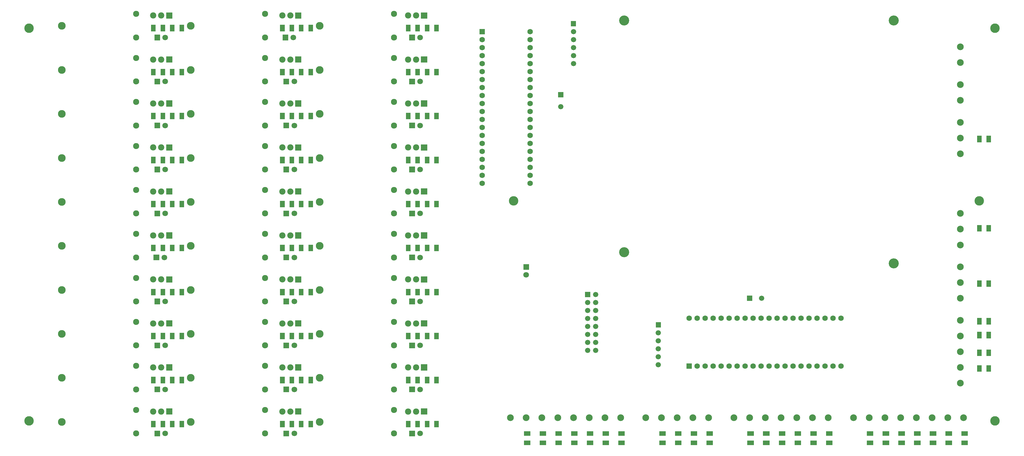
<source format=gbr>
G04 start of page 11 for group -4062 idx -4062 *
G04 Title: (unknown), soldermask *
G04 Creator: pcb 20091103 *
G04 CreationDate: Чтв 05 Июл 2012 10:45:54 UTC *
G04 For: aml *
G04 Format: Gerber/RS-274X *
G04 PCB-Dimensions: 1259850 590550 *
G04 PCB-Coordinate-Origin: lower left *
%MOIN*%
%FSLAX25Y25*%
%LNBACKMASK*%
%ADD20C,0.0200*%
%ADD33C,0.1181*%
%ADD34C,0.1260*%
%ADD36C,0.0780*%
%ADD37C,0.0710*%
%ADD38C,0.0760*%
%ADD39C,0.0960*%
%ADD40C,0.0660*%
%ADD41C,0.0680*%
%ADD42C,0.0847*%
%ADD43R,0.0572X0.0572*%
G54D36*X350394Y118109D03*
G54D20*G36*
X356494Y122009D02*Y114209D01*
X364294D01*
Y122009D01*
X356494D01*
G37*
G54D36*X340394Y118109D03*
X350394Y173227D03*
G54D20*G36*
X356494Y177127D02*Y169327D01*
X364294D01*
Y177127D01*
X356494D01*
G37*
G54D36*X340394Y173227D03*
G54D20*G36*
X341844Y204336D02*Y197236D01*
X348944D01*
Y204336D01*
X341844D01*
G37*
G54D37*X355394Y200786D03*
G54D36*X350394Y228345D03*
X340394D03*
G54D20*G36*
X356494Y232245D02*Y224445D01*
X364294D01*
Y232245D01*
X356494D01*
G37*
G36*
X341844Y149218D02*Y142118D01*
X348944D01*
Y149218D01*
X341844D01*
G37*
G54D37*X355394Y145668D03*
G54D36*X350394Y283463D03*
Y338581D03*
Y393700D03*
Y559054D03*
Y62991D03*
G54D20*G36*
X356494Y287363D02*Y279563D01*
X364294D01*
Y287363D01*
X356494D01*
G37*
G36*
Y342481D02*Y334681D01*
X364294D01*
Y342481D01*
X356494D01*
G37*
G36*
Y397600D02*Y389800D01*
X364294D01*
Y397600D01*
X356494D01*
G37*
G36*
Y562954D02*Y555154D01*
X364294D01*
Y562954D01*
X356494D01*
G37*
G36*
Y66891D02*Y59091D01*
X364294D01*
Y66891D01*
X356494D01*
G37*
G54D36*X340394Y283463D03*
Y338581D03*
Y393700D03*
Y559054D03*
Y62991D03*
G54D20*G36*
X341844Y259454D02*Y252354D01*
X348944D01*
Y259454D01*
X341844D01*
G37*
G36*
Y369691D02*Y362591D01*
X348944D01*
Y369691D01*
X341844D01*
G37*
G36*
Y424809D02*Y417709D01*
X348944D01*
Y424809D01*
X341844D01*
G37*
G36*
Y94100D02*Y87000D01*
X348944D01*
Y94100D01*
X341844D01*
G37*
G36*
X340781Y535045D02*Y527945D01*
X347881D01*
Y535045D01*
X340781D01*
G37*
G54D37*X355394Y255904D03*
Y366141D03*
Y421259D03*
Y90550D03*
X354331Y531495D03*
G54D20*G36*
X341844Y314572D02*Y307472D01*
X348944D01*
Y314572D01*
X341844D01*
G37*
G54D37*X355394Y311022D03*
G54D36*X188976Y393700D03*
G54D20*G36*
X195076Y397600D02*Y389800D01*
X202876D01*
Y397600D01*
X195076D01*
G37*
G54D36*X178976Y393700D03*
G54D38*X157480Y395641D03*
Y366141D03*
Y340522D03*
G54D36*X188976Y338581D03*
G54D20*G36*
X195076Y342481D02*Y334681D01*
X202876D01*
Y342481D01*
X195076D01*
G37*
G54D37*X193976Y366141D03*
Y421259D03*
G54D36*X178976Y228345D03*
Y338581D03*
Y559054D03*
G54D38*X157480Y421259D03*
G54D20*G36*
X180426Y424809D02*Y417709D01*
X187526D01*
Y424809D01*
X180426D01*
G37*
G54D38*X157480Y560995D03*
Y531495D03*
G54D20*G36*
X180426Y369691D02*Y362591D01*
X187526D01*
Y369691D01*
X180426D01*
G37*
G36*
Y479927D02*Y472827D01*
X187526D01*
Y479927D01*
X180426D01*
G37*
G36*
Y535045D02*Y527945D01*
X187526D01*
Y535045D01*
X180426D01*
G37*
G54D37*X193976Y531495D03*
G54D20*G36*
X180426Y314572D02*Y307472D01*
X187526D01*
Y314572D01*
X180426D01*
G37*
G54D37*X193976Y311022D03*
G54D20*G36*
X179363Y259454D02*Y252354D01*
X186463D01*
Y259454D01*
X179363D01*
G37*
G54D37*X192913Y255904D03*
G54D38*X157480Y230286D03*
Y285404D03*
Y255904D03*
Y311022D03*
G54D36*X350394Y503936D03*
X340394D03*
G54D38*X157480Y505877D03*
X318898D03*
G54D20*G36*
X356494Y507836D02*Y500036D01*
X364294D01*
Y507836D01*
X356494D01*
G37*
G54D36*X188976Y503936D03*
G54D20*G36*
X195076Y507836D02*Y500036D01*
X202876D01*
Y507836D01*
X195076D01*
G37*
G54D36*X178976Y503936D03*
G54D38*X157480Y476377D03*
G54D39*X225898Y490877D03*
G54D36*X350394Y448818D03*
G54D20*G36*
X356494Y452718D02*Y444918D01*
X364294D01*
Y452718D01*
X356494D01*
G37*
G54D36*X340394Y448818D03*
G54D20*G36*
X341844Y479927D02*Y472827D01*
X348944D01*
Y479927D01*
X341844D01*
G37*
G54D37*X355394Y476377D03*
G54D38*X318898Y450759D03*
Y560995D03*
Y531495D03*
Y476377D03*
G54D39*X387316Y545995D03*
X225898D03*
G54D38*X157480Y450759D03*
G54D36*X188976Y448818D03*
G54D20*G36*
X195076Y452718D02*Y444918D01*
X202876D01*
Y452718D01*
X195076D01*
G37*
G54D36*X178976Y448818D03*
X188976Y559054D03*
G54D20*G36*
X195076Y562954D02*Y555154D01*
X202876D01*
Y562954D01*
X195076D01*
G37*
G54D37*X193976Y476377D03*
G54D39*X64480Y545995D03*
Y490877D03*
X387316D03*
X64480Y435759D03*
Y380641D03*
Y325522D03*
G54D38*X318898Y340522D03*
Y311022D03*
G54D39*X387316Y325522D03*
Y270404D03*
X225898Y325522D03*
Y380641D03*
Y435759D03*
Y270404D03*
G54D38*X318898Y395641D03*
Y421259D03*
Y230286D03*
Y285404D03*
Y255904D03*
Y366141D03*
G54D39*X387316Y380641D03*
Y435759D03*
G54D36*X188976Y283463D03*
G54D20*G36*
X195076Y287363D02*Y279563D01*
X202876D01*
Y287363D01*
X195076D01*
G37*
G54D36*X178976Y283463D03*
X188976Y228345D03*
G54D39*X225898Y215286D03*
G54D20*G36*
X341844Y38982D02*Y31882D01*
X348944D01*
Y38982D01*
X341844D01*
G37*
G54D37*X355394Y35432D03*
G54D39*X387316Y49932D03*
Y160168D03*
Y105050D03*
Y215286D03*
G54D38*X318898Y200786D03*
Y175168D03*
Y64932D03*
Y120050D03*
Y90550D03*
Y145668D03*
Y35432D03*
G54D36*X178976Y62991D03*
G54D20*G36*
X180426Y38982D02*Y31882D01*
X187526D01*
Y38982D01*
X180426D01*
G37*
G54D38*X157480Y35432D03*
G54D37*X193976D03*
G54D38*X157480Y90550D03*
Y64932D03*
G54D36*X188976Y62991D03*
G54D20*G36*
X195076Y66891D02*Y59091D01*
X202876D01*
Y66891D01*
X195076D01*
G37*
G36*
X180426Y149218D02*Y142118D01*
X187526D01*
Y149218D01*
X180426D01*
G37*
G54D37*X193976Y145668D03*
G54D20*G36*
X180426Y94100D02*Y87000D01*
X187526D01*
Y94100D01*
X180426D01*
G37*
G54D37*X193976Y90550D03*
G54D39*X225898Y49932D03*
Y105050D03*
Y160168D03*
G54D20*G36*
X195076Y232245D02*Y224445D01*
X202876D01*
Y232245D01*
X195076D01*
G37*
G54D36*X188976Y118109D03*
G54D20*G36*
X195076Y122009D02*Y114209D01*
X202876D01*
Y122009D01*
X195076D01*
G37*
G54D36*X178976Y118109D03*
G54D38*X157480Y120050D03*
G54D39*X64480Y105050D03*
Y160168D03*
G54D36*X188976Y173227D03*
G54D20*G36*
X195076Y177127D02*Y169327D01*
X202876D01*
Y177127D01*
X195076D01*
G37*
G54D36*X178976Y173227D03*
G54D38*X157480Y145668D03*
G54D39*X64480Y215286D03*
Y270404D03*
Y49932D03*
G54D38*X157480Y175168D03*
Y200786D03*
G54D20*G36*
X180426Y204336D02*Y197236D01*
X187526D01*
Y204336D01*
X180426D01*
G37*
G54D37*X193976Y200786D03*
G54D36*X507874Y62991D03*
Y173227D03*
Y118109D03*
Y228345D03*
G54D20*G36*
X513974Y66891D02*Y59091D01*
X521774D01*
Y66891D01*
X513974D01*
G37*
G36*
Y177127D02*Y169327D01*
X521774D01*
Y177127D01*
X513974D01*
G37*
G36*
Y122009D02*Y114209D01*
X521774D01*
Y122009D01*
X513974D01*
G37*
G36*
Y232245D02*Y224445D01*
X521774D01*
Y232245D01*
X513974D01*
G37*
G54D36*X497874Y62991D03*
Y173227D03*
Y118109D03*
Y228345D03*
G54D38*X480316Y175168D03*
Y145668D03*
Y230286D03*
Y200786D03*
Y340522D03*
Y311022D03*
Y395641D03*
Y366141D03*
Y421259D03*
Y505877D03*
Y476377D03*
Y450759D03*
Y560995D03*
Y531495D03*
Y285404D03*
Y255904D03*
G54D20*G36*
X499324Y38982D02*Y31882D01*
X506424D01*
Y38982D01*
X499324D01*
G37*
G54D38*X480316Y35432D03*
G54D37*X512874D03*
G54D38*X480316Y64932D03*
Y120050D03*
Y90550D03*
G54D20*G36*
X719141Y212748D02*Y206148D01*
X725741D01*
Y212748D01*
X719141D01*
G37*
G54D40*X732441Y209448D03*
X722441Y199448D03*
X732441D03*
X722441Y189448D03*
X732441D03*
X722441Y179448D03*
Y169448D03*
Y159448D03*
Y149448D03*
Y139448D03*
X732441Y179448D03*
Y169448D03*
Y159448D03*
Y149448D03*
Y139448D03*
G54D20*G36*
X807724Y174716D02*Y168116D01*
X814324D01*
Y174716D01*
X807724D01*
G37*
G54D40*X811024Y161416D03*
Y151416D03*
Y141416D03*
Y131416D03*
Y121416D03*
G54D20*G36*
X846048Y123241D02*Y116441D01*
X852848D01*
Y123241D01*
X846048D01*
G37*
G54D41*X859448Y119841D03*
X869448D03*
X879448D03*
X889448D03*
X899448D03*
X909448D03*
X919448D03*
G54D20*G36*
X701424Y552157D02*Y545557D01*
X708024D01*
Y552157D01*
X701424D01*
G37*
G54D40*X704724Y538857D03*
Y528857D03*
Y518857D03*
Y508857D03*
Y498857D03*
G54D42*Y55117D03*
X724409D03*
X744094D03*
G54D41*X650551Y348818D03*
Y358818D03*
G54D20*G36*
X642119Y247643D02*Y240543D01*
X649219D01*
Y247643D01*
X642119D01*
G37*
G54D37*X645669Y234093D03*
G54D41*X650551Y368818D03*
Y378818D03*
Y388818D03*
Y398818D03*
G54D20*G36*
X685676Y463181D02*Y456581D01*
X692276D01*
Y463181D01*
X685676D01*
G37*
G54D40*X688976Y444881D03*
G54D42*X625984Y55117D03*
X645669D03*
X665354D03*
X685039D03*
G54D41*X929448Y119841D03*
X939448D03*
X949448D03*
X959448D03*
X969448D03*
X979448D03*
X989448D03*
X999448D03*
G54D42*X925197Y55117D03*
X944882D03*
X964567D03*
X984252D03*
G54D41*X1009448Y119841D03*
X1019448D03*
X1029448D03*
X1039448D03*
Y179841D03*
X1029448D03*
X1019448D03*
X1009448D03*
G54D42*X1188976Y271652D03*
Y177164D03*
Y244093D03*
Y204723D03*
Y224408D03*
Y137794D03*
Y157479D03*
Y98424D03*
Y118109D03*
G54D41*X999448Y179841D03*
X989448D03*
X979448D03*
X969448D03*
X959448D03*
X949448D03*
X939448D03*
X929448D03*
G54D20*G36*
X921897Y208023D02*Y201423D01*
X928497D01*
Y208023D01*
X921897D01*
G37*
G54D40*X940197Y204723D03*
G54D41*X919448Y179841D03*
X909448D03*
X899448D03*
X889448D03*
X879448D03*
X869448D03*
X859448D03*
X849448D03*
G54D42*X1055118Y55117D03*
X1003937D03*
X1023622D03*
X1074803D03*
X1094488D03*
X1114173D03*
X1133858D03*
X1153543D03*
X1173228D03*
X1192913D03*
X905512D03*
X834646D03*
X795276D03*
X814961D03*
X763779D03*
X854331D03*
X874016D03*
X1188976Y311022D03*
Y385826D03*
Y291337D03*
Y425196D03*
Y405511D03*
Y519684D03*
Y499999D03*
Y472440D03*
Y452755D03*
G54D20*G36*
X587151Y542218D02*Y535418D01*
X593951D01*
Y542218D01*
X587151D01*
G37*
G54D41*X590551Y528818D03*
Y518818D03*
Y508818D03*
Y498818D03*
Y488818D03*
Y478818D03*
Y468818D03*
Y458818D03*
Y448818D03*
Y438818D03*
Y428818D03*
Y418818D03*
Y408818D03*
Y398818D03*
Y388818D03*
Y378818D03*
Y368818D03*
Y358818D03*
Y348818D03*
X650551Y408818D03*
Y418818D03*
Y428818D03*
Y438818D03*
Y448818D03*
Y458818D03*
Y468818D03*
Y478818D03*
Y488818D03*
Y498818D03*
Y508818D03*
Y518818D03*
Y528818D03*
Y538818D03*
G54D20*G36*
X499324Y259454D02*Y252354D01*
X506424D01*
Y259454D01*
X499324D01*
G37*
G54D37*X512874Y255904D03*
G54D36*X507874Y283463D03*
G54D20*G36*
X513974Y287363D02*Y279563D01*
X521774D01*
Y287363D01*
X513974D01*
G37*
G54D36*X497874Y283463D03*
G54D20*G36*
X499324Y204336D02*Y197236D01*
X506424D01*
Y204336D01*
X499324D01*
G37*
G36*
Y94100D02*Y87000D01*
X506424D01*
Y94100D01*
X499324D01*
G37*
G36*
Y149218D02*Y142118D01*
X506424D01*
Y149218D01*
X499324D01*
G37*
G54D37*X512874Y200786D03*
Y90550D03*
Y145668D03*
G54D20*G36*
X499324Y314572D02*Y307472D01*
X506424D01*
Y314572D01*
X499324D01*
G37*
G54D37*X512874Y311022D03*
G54D36*X507874Y338581D03*
G54D20*G36*
X513974Y342481D02*Y334681D01*
X521774D01*
Y342481D01*
X513974D01*
G37*
G54D36*X497874Y338581D03*
G54D37*X512874Y421259D03*
Y476377D03*
Y531495D03*
Y366141D03*
G54D36*X507874Y393700D03*
X497874D03*
X507874Y448818D03*
G54D20*G36*
X513974Y397600D02*Y389800D01*
X521774D01*
Y397600D01*
X513974D01*
G37*
G36*
Y507836D02*Y500036D01*
X521774D01*
Y507836D01*
X513974D01*
G37*
G36*
Y562954D02*Y555154D01*
X521774D01*
Y562954D01*
X513974D01*
G37*
G54D36*X507874Y503936D03*
X497874D03*
X507874Y559054D03*
X497874D03*
G54D20*G36*
X513974Y452718D02*Y444918D01*
X521774D01*
Y452718D01*
X513974D01*
G37*
G54D36*X497874Y448818D03*
G54D20*G36*
X499324Y424809D02*Y417709D01*
X506424D01*
Y424809D01*
X499324D01*
G37*
G36*
Y479927D02*Y472827D01*
X506424D01*
Y479927D01*
X499324D01*
G37*
G36*
Y535045D02*Y527945D01*
X506424D01*
Y535045D01*
X499324D01*
G37*
G36*
Y369691D02*Y362591D01*
X506424D01*
Y369691D01*
X499324D01*
G37*
G54D33*X629921Y326770D03*
G54D34*X1105512Y248424D03*
X768110Y552755D03*
X1105512D03*
X768110Y262597D03*
G54D33*X23622Y543306D03*
Y51180D03*
X1232283Y543306D03*
Y51180D03*
X1212598Y326770D03*
G54D43*X509842Y213778D02*Y211416D01*
X533464Y213778D02*Y211416D01*
X521654Y213778D02*Y211416D01*
X533464Y103542D02*Y101180D01*
X521654Y103542D02*Y101180D01*
X509842Y103542D02*Y101180D01*
X498032Y103542D02*Y101180D01*
X509842Y158660D02*Y156298D01*
X533464Y158660D02*Y156298D01*
X521654Y158660D02*Y156298D01*
X498032Y158660D02*Y156298D01*
X763780Y23622D02*X766142D01*
X763780Y35432D02*X766142D01*
X834646Y23622D02*X837008D01*
X834646Y35432D02*X837008D01*
X814961Y23622D02*X817323D01*
X814961Y35432D02*X817323D01*
X874016Y23622D02*X876378D01*
X854331D02*X856693D01*
X925197D02*X927559D01*
X874016Y35432D02*X876378D01*
X854331D02*X856693D01*
X925197D02*X927559D01*
X744094Y23622D02*X746456D01*
X704724D02*X707086D01*
X744094Y35432D02*X746456D01*
X704724D02*X707086D01*
X724409Y23622D02*X726771D01*
X724409Y35432D02*X726771D01*
X498032Y268896D02*Y266534D01*
Y324014D02*Y321652D01*
X509842Y544487D02*Y542125D01*
X498032Y544487D02*Y542125D01*
X509842Y489369D02*Y487007D01*
X498032Y489369D02*Y487007D01*
X521654Y489369D02*Y487007D01*
Y544487D02*Y542125D01*
X533464Y434251D02*Y431889D01*
X521654Y434251D02*Y431889D01*
X509842Y434251D02*Y431889D01*
X498032Y434251D02*Y431889D01*
X509842Y379133D02*Y376771D01*
X498032Y379133D02*Y376771D01*
X533464Y324014D02*Y321652D01*
Y379133D02*Y376771D01*
Y268896D02*Y266534D01*
Y489369D02*Y487007D01*
Y544487D02*Y542125D01*
X521654Y324014D02*Y321652D01*
Y379133D02*Y376771D01*
Y268896D02*Y266534D01*
X665354Y23622D02*X667716D01*
X665354Y35432D02*X667716D01*
X685039Y23622D02*X687401D01*
X685039Y35432D02*X687401D01*
X533464Y48424D02*Y46062D01*
X521654Y48424D02*Y46062D01*
X509842Y48424D02*Y46062D01*
X498032Y48424D02*Y46062D01*
X645669Y23622D02*X648031D01*
X645669Y35432D02*X648031D01*
X214566Y379133D02*Y376771D01*
X202756Y379133D02*Y376771D01*
X214566Y324014D02*Y321652D01*
X202756Y324014D02*Y321652D01*
X190944Y324014D02*Y321652D01*
Y379133D02*Y376771D01*
X179134Y379133D02*Y376771D01*
X214566Y268896D02*Y266534D01*
X202756Y268896D02*Y266534D01*
X190944Y268896D02*Y266534D01*
X179134Y268896D02*Y266534D01*
Y324014D02*Y321652D01*
X498032Y213778D02*Y211416D01*
X509842Y268896D02*Y266534D01*
Y324014D02*Y321652D01*
X375984Y213778D02*Y211416D01*
X364174Y213778D02*Y211416D01*
X352362Y158660D02*Y156298D01*
X340552Y158660D02*Y156298D01*
X375984Y103542D02*Y101180D01*
X364174Y103542D02*Y101180D01*
X352362Y103542D02*Y101180D01*
X340552Y103542D02*Y101180D01*
X375984Y158660D02*Y156298D01*
X364174Y158660D02*Y156298D01*
X352362Y48424D02*Y46062D01*
X340552Y48424D02*Y46062D01*
X375984Y48424D02*Y46062D01*
X364174Y48424D02*Y46062D01*
X352362Y544487D02*Y542125D01*
Y489369D02*Y487007D01*
Y434251D02*Y431889D01*
Y379133D02*Y376771D01*
Y324014D02*Y321652D01*
Y268896D02*Y266534D01*
X340552Y544487D02*Y542125D01*
Y489369D02*Y487007D01*
Y434251D02*Y431889D01*
Y379133D02*Y376771D01*
Y324014D02*Y321652D01*
Y268896D02*Y266534D01*
X375984Y434251D02*Y431889D01*
X364174Y434251D02*Y431889D01*
X375984Y379133D02*Y376771D01*
X364174Y379133D02*Y376771D01*
X375984Y268896D02*Y266534D01*
X364174Y268896D02*Y266534D01*
X375984Y324014D02*Y321652D01*
X364174Y324014D02*Y321652D01*
X375984Y489369D02*Y487007D01*
X364174Y489369D02*Y487007D01*
X375984Y544487D02*Y542125D01*
X364174Y544487D02*Y542125D01*
X190944Y48424D02*Y46062D01*
X179134Y48424D02*Y46062D01*
X214566Y48424D02*Y46062D01*
X202756Y48424D02*Y46062D01*
X214566Y213778D02*Y211416D01*
X202756Y213778D02*Y211416D01*
X352362Y213778D02*Y211416D01*
X340552Y213778D02*Y211416D01*
X214566Y158660D02*Y156298D01*
X202756Y158660D02*Y156298D01*
X214566Y103542D02*Y101180D01*
X202756Y103542D02*Y101180D01*
X190944Y103542D02*Y101180D01*
X179134Y103542D02*Y101180D01*
X190944Y213778D02*Y211416D01*
X179134Y213778D02*Y211416D01*
X190944Y158660D02*Y156298D01*
X179134Y158660D02*Y156298D01*
X214566Y544487D02*Y542125D01*
X202756Y544487D02*Y542125D01*
X214566Y489369D02*Y487007D01*
X202756Y489369D02*Y487007D01*
X190944Y489369D02*Y487007D01*
X179134Y489369D02*Y487007D01*
X190944Y544487D02*Y542125D01*
X179134Y544487D02*Y542125D01*
X214566Y434251D02*Y431889D01*
X202756Y434251D02*Y431889D01*
X190944Y434251D02*Y431889D01*
X179134Y434251D02*Y431889D01*
X984252Y23622D02*X986614D01*
X984252Y35432D02*X986614D01*
X964567Y23622D02*X966929D01*
X964567Y35432D02*X966929D01*
X944882Y23622D02*X947244D01*
X944882Y35432D02*X947244D01*
X1192913Y23622D02*X1195275D01*
X1153543D02*X1155905D01*
X1133858D02*X1136220D01*
X1173228D02*X1175590D01*
X1114173D02*X1116535D01*
X1094488D02*X1096850D01*
X1133858Y35432D02*X1136220D01*
X1114173D02*X1116535D01*
X1094488D02*X1096850D01*
X1074803D02*X1077165D01*
X1023622D02*X1025984D01*
X1074803Y23622D02*X1077165D01*
X1023622D02*X1025984D01*
X1003937D02*X1006299D01*
X1003937Y35432D02*X1006299D01*
X1192913D02*X1195275D01*
X1153543D02*X1155905D01*
X1173228D02*X1175590D01*
X1212598Y224408D02*Y222046D01*
X1224408Y224408D02*Y222046D01*
X1212599Y293699D02*Y291337D01*
X1224409Y293699D02*Y291337D01*
X1212598Y405511D02*Y403149D01*
X1224408Y405511D02*Y403149D01*
X1212598Y177164D02*Y174802D01*
X1224408Y177164D02*Y174802D01*
X1212598Y159841D02*Y157479D01*
X1224408Y159841D02*Y157479D01*
X1212598Y137794D02*Y135432D01*
X1224408Y137794D02*Y135432D01*
X1212598Y118109D02*Y115747D01*
X1224408Y118109D02*Y115747D01*
M02*

</source>
